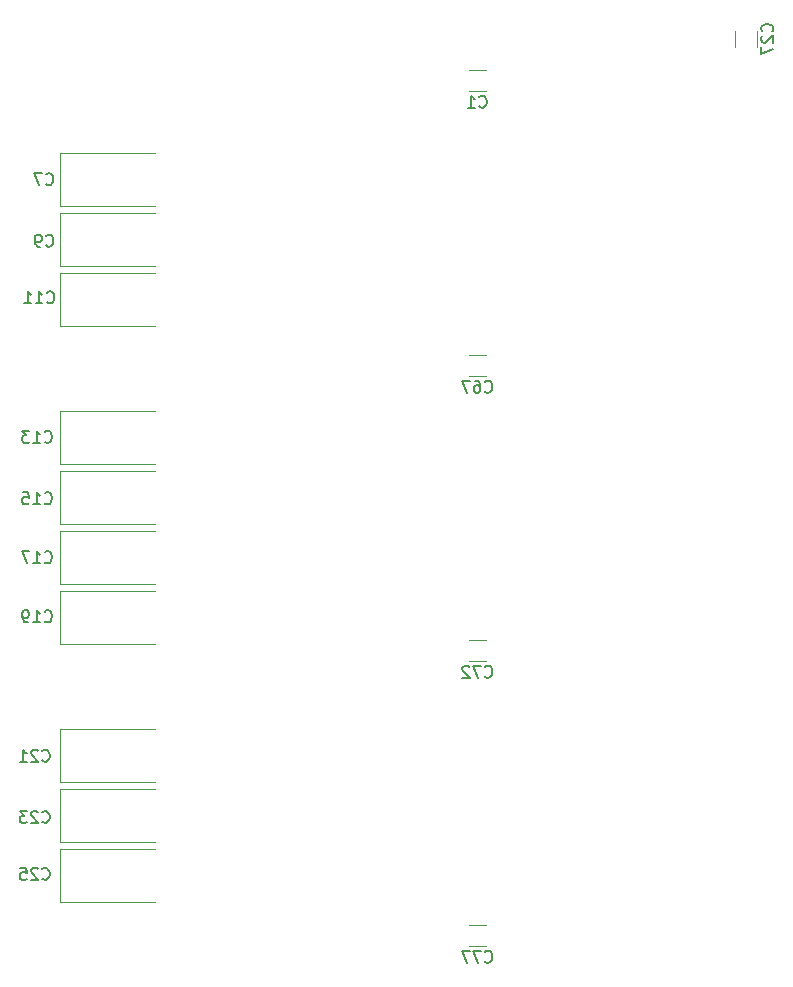
<source format=gbr>
G04 #@! TF.GenerationSoftware,KiCad,Pcbnew,7.0.1*
G04 #@! TF.CreationDate,2023-05-03T08:50:33+02:00*
G04 #@! TF.ProjectId,main,6d61696e-2e6b-4696-9361-645f70636258,rev?*
G04 #@! TF.SameCoordinates,Original*
G04 #@! TF.FileFunction,Legend,Bot*
G04 #@! TF.FilePolarity,Positive*
%FSLAX46Y46*%
G04 Gerber Fmt 4.6, Leading zero omitted, Abs format (unit mm)*
G04 Created by KiCad (PCBNEW 7.0.1) date 2023-05-03 08:50:33*
%MOMM*%
%LPD*%
G01*
G04 APERTURE LIST*
%ADD10C,0.150000*%
%ADD11C,0.120000*%
G04 APERTURE END LIST*
D10*
X37311666Y-66075380D02*
X37359285Y-66123000D01*
X37359285Y-66123000D02*
X37502142Y-66170619D01*
X37502142Y-66170619D02*
X37597380Y-66170619D01*
X37597380Y-66170619D02*
X37740237Y-66123000D01*
X37740237Y-66123000D02*
X37835475Y-66027761D01*
X37835475Y-66027761D02*
X37883094Y-65932523D01*
X37883094Y-65932523D02*
X37930713Y-65742047D01*
X37930713Y-65742047D02*
X37930713Y-65599190D01*
X37930713Y-65599190D02*
X37883094Y-65408714D01*
X37883094Y-65408714D02*
X37835475Y-65313476D01*
X37835475Y-65313476D02*
X37740237Y-65218238D01*
X37740237Y-65218238D02*
X37597380Y-65170619D01*
X37597380Y-65170619D02*
X37502142Y-65170619D01*
X37502142Y-65170619D02*
X37359285Y-65218238D01*
X37359285Y-65218238D02*
X37311666Y-65265857D01*
X36978332Y-65170619D02*
X36311666Y-65170619D01*
X36311666Y-65170619D02*
X36740237Y-66170619D01*
X37311666Y-71275380D02*
X37359285Y-71323000D01*
X37359285Y-71323000D02*
X37502142Y-71370619D01*
X37502142Y-71370619D02*
X37597380Y-71370619D01*
X37597380Y-71370619D02*
X37740237Y-71323000D01*
X37740237Y-71323000D02*
X37835475Y-71227761D01*
X37835475Y-71227761D02*
X37883094Y-71132523D01*
X37883094Y-71132523D02*
X37930713Y-70942047D01*
X37930713Y-70942047D02*
X37930713Y-70799190D01*
X37930713Y-70799190D02*
X37883094Y-70608714D01*
X37883094Y-70608714D02*
X37835475Y-70513476D01*
X37835475Y-70513476D02*
X37740237Y-70418238D01*
X37740237Y-70418238D02*
X37597380Y-70370619D01*
X37597380Y-70370619D02*
X37502142Y-70370619D01*
X37502142Y-70370619D02*
X37359285Y-70418238D01*
X37359285Y-70418238D02*
X37311666Y-70465857D01*
X36835475Y-71370619D02*
X36644999Y-71370619D01*
X36644999Y-71370619D02*
X36549761Y-71323000D01*
X36549761Y-71323000D02*
X36502142Y-71275380D01*
X36502142Y-71275380D02*
X36406904Y-71132523D01*
X36406904Y-71132523D02*
X36359285Y-70942047D01*
X36359285Y-70942047D02*
X36359285Y-70561095D01*
X36359285Y-70561095D02*
X36406904Y-70465857D01*
X36406904Y-70465857D02*
X36454523Y-70418238D01*
X36454523Y-70418238D02*
X36549761Y-70370619D01*
X36549761Y-70370619D02*
X36740237Y-70370619D01*
X36740237Y-70370619D02*
X36835475Y-70418238D01*
X36835475Y-70418238D02*
X36883094Y-70465857D01*
X36883094Y-70465857D02*
X36930713Y-70561095D01*
X36930713Y-70561095D02*
X36930713Y-70799190D01*
X36930713Y-70799190D02*
X36883094Y-70894428D01*
X36883094Y-70894428D02*
X36835475Y-70942047D01*
X36835475Y-70942047D02*
X36740237Y-70989666D01*
X36740237Y-70989666D02*
X36549761Y-70989666D01*
X36549761Y-70989666D02*
X36454523Y-70942047D01*
X36454523Y-70942047D02*
X36406904Y-70894428D01*
X36406904Y-70894428D02*
X36359285Y-70799190D01*
X37387857Y-76075380D02*
X37435476Y-76123000D01*
X37435476Y-76123000D02*
X37578333Y-76170619D01*
X37578333Y-76170619D02*
X37673571Y-76170619D01*
X37673571Y-76170619D02*
X37816428Y-76123000D01*
X37816428Y-76123000D02*
X37911666Y-76027761D01*
X37911666Y-76027761D02*
X37959285Y-75932523D01*
X37959285Y-75932523D02*
X38006904Y-75742047D01*
X38006904Y-75742047D02*
X38006904Y-75599190D01*
X38006904Y-75599190D02*
X37959285Y-75408714D01*
X37959285Y-75408714D02*
X37911666Y-75313476D01*
X37911666Y-75313476D02*
X37816428Y-75218238D01*
X37816428Y-75218238D02*
X37673571Y-75170619D01*
X37673571Y-75170619D02*
X37578333Y-75170619D01*
X37578333Y-75170619D02*
X37435476Y-75218238D01*
X37435476Y-75218238D02*
X37387857Y-75265857D01*
X36435476Y-76170619D02*
X37006904Y-76170619D01*
X36721190Y-76170619D02*
X36721190Y-75170619D01*
X36721190Y-75170619D02*
X36816428Y-75313476D01*
X36816428Y-75313476D02*
X36911666Y-75408714D01*
X36911666Y-75408714D02*
X37006904Y-75456333D01*
X35483095Y-76170619D02*
X36054523Y-76170619D01*
X35768809Y-76170619D02*
X35768809Y-75170619D01*
X35768809Y-75170619D02*
X35864047Y-75313476D01*
X35864047Y-75313476D02*
X35959285Y-75408714D01*
X35959285Y-75408714D02*
X36054523Y-75456333D01*
X37187857Y-87875380D02*
X37235476Y-87923000D01*
X37235476Y-87923000D02*
X37378333Y-87970619D01*
X37378333Y-87970619D02*
X37473571Y-87970619D01*
X37473571Y-87970619D02*
X37616428Y-87923000D01*
X37616428Y-87923000D02*
X37711666Y-87827761D01*
X37711666Y-87827761D02*
X37759285Y-87732523D01*
X37759285Y-87732523D02*
X37806904Y-87542047D01*
X37806904Y-87542047D02*
X37806904Y-87399190D01*
X37806904Y-87399190D02*
X37759285Y-87208714D01*
X37759285Y-87208714D02*
X37711666Y-87113476D01*
X37711666Y-87113476D02*
X37616428Y-87018238D01*
X37616428Y-87018238D02*
X37473571Y-86970619D01*
X37473571Y-86970619D02*
X37378333Y-86970619D01*
X37378333Y-86970619D02*
X37235476Y-87018238D01*
X37235476Y-87018238D02*
X37187857Y-87065857D01*
X36235476Y-87970619D02*
X36806904Y-87970619D01*
X36521190Y-87970619D02*
X36521190Y-86970619D01*
X36521190Y-86970619D02*
X36616428Y-87113476D01*
X36616428Y-87113476D02*
X36711666Y-87208714D01*
X36711666Y-87208714D02*
X36806904Y-87256333D01*
X35902142Y-86970619D02*
X35283095Y-86970619D01*
X35283095Y-86970619D02*
X35616428Y-87351571D01*
X35616428Y-87351571D02*
X35473571Y-87351571D01*
X35473571Y-87351571D02*
X35378333Y-87399190D01*
X35378333Y-87399190D02*
X35330714Y-87446809D01*
X35330714Y-87446809D02*
X35283095Y-87542047D01*
X35283095Y-87542047D02*
X35283095Y-87780142D01*
X35283095Y-87780142D02*
X35330714Y-87875380D01*
X35330714Y-87875380D02*
X35378333Y-87923000D01*
X35378333Y-87923000D02*
X35473571Y-87970619D01*
X35473571Y-87970619D02*
X35759285Y-87970619D01*
X35759285Y-87970619D02*
X35854523Y-87923000D01*
X35854523Y-87923000D02*
X35902142Y-87875380D01*
X37187857Y-93075380D02*
X37235476Y-93123000D01*
X37235476Y-93123000D02*
X37378333Y-93170619D01*
X37378333Y-93170619D02*
X37473571Y-93170619D01*
X37473571Y-93170619D02*
X37616428Y-93123000D01*
X37616428Y-93123000D02*
X37711666Y-93027761D01*
X37711666Y-93027761D02*
X37759285Y-92932523D01*
X37759285Y-92932523D02*
X37806904Y-92742047D01*
X37806904Y-92742047D02*
X37806904Y-92599190D01*
X37806904Y-92599190D02*
X37759285Y-92408714D01*
X37759285Y-92408714D02*
X37711666Y-92313476D01*
X37711666Y-92313476D02*
X37616428Y-92218238D01*
X37616428Y-92218238D02*
X37473571Y-92170619D01*
X37473571Y-92170619D02*
X37378333Y-92170619D01*
X37378333Y-92170619D02*
X37235476Y-92218238D01*
X37235476Y-92218238D02*
X37187857Y-92265857D01*
X36235476Y-93170619D02*
X36806904Y-93170619D01*
X36521190Y-93170619D02*
X36521190Y-92170619D01*
X36521190Y-92170619D02*
X36616428Y-92313476D01*
X36616428Y-92313476D02*
X36711666Y-92408714D01*
X36711666Y-92408714D02*
X36806904Y-92456333D01*
X35330714Y-92170619D02*
X35806904Y-92170619D01*
X35806904Y-92170619D02*
X35854523Y-92646809D01*
X35854523Y-92646809D02*
X35806904Y-92599190D01*
X35806904Y-92599190D02*
X35711666Y-92551571D01*
X35711666Y-92551571D02*
X35473571Y-92551571D01*
X35473571Y-92551571D02*
X35378333Y-92599190D01*
X35378333Y-92599190D02*
X35330714Y-92646809D01*
X35330714Y-92646809D02*
X35283095Y-92742047D01*
X35283095Y-92742047D02*
X35283095Y-92980142D01*
X35283095Y-92980142D02*
X35330714Y-93075380D01*
X35330714Y-93075380D02*
X35378333Y-93123000D01*
X35378333Y-93123000D02*
X35473571Y-93170619D01*
X35473571Y-93170619D02*
X35711666Y-93170619D01*
X35711666Y-93170619D02*
X35806904Y-93123000D01*
X35806904Y-93123000D02*
X35854523Y-93075380D01*
X37187857Y-98075380D02*
X37235476Y-98123000D01*
X37235476Y-98123000D02*
X37378333Y-98170619D01*
X37378333Y-98170619D02*
X37473571Y-98170619D01*
X37473571Y-98170619D02*
X37616428Y-98123000D01*
X37616428Y-98123000D02*
X37711666Y-98027761D01*
X37711666Y-98027761D02*
X37759285Y-97932523D01*
X37759285Y-97932523D02*
X37806904Y-97742047D01*
X37806904Y-97742047D02*
X37806904Y-97599190D01*
X37806904Y-97599190D02*
X37759285Y-97408714D01*
X37759285Y-97408714D02*
X37711666Y-97313476D01*
X37711666Y-97313476D02*
X37616428Y-97218238D01*
X37616428Y-97218238D02*
X37473571Y-97170619D01*
X37473571Y-97170619D02*
X37378333Y-97170619D01*
X37378333Y-97170619D02*
X37235476Y-97218238D01*
X37235476Y-97218238D02*
X37187857Y-97265857D01*
X36235476Y-98170619D02*
X36806904Y-98170619D01*
X36521190Y-98170619D02*
X36521190Y-97170619D01*
X36521190Y-97170619D02*
X36616428Y-97313476D01*
X36616428Y-97313476D02*
X36711666Y-97408714D01*
X36711666Y-97408714D02*
X36806904Y-97456333D01*
X35902142Y-97170619D02*
X35235476Y-97170619D01*
X35235476Y-97170619D02*
X35664047Y-98170619D01*
X37187857Y-103075380D02*
X37235476Y-103123000D01*
X37235476Y-103123000D02*
X37378333Y-103170619D01*
X37378333Y-103170619D02*
X37473571Y-103170619D01*
X37473571Y-103170619D02*
X37616428Y-103123000D01*
X37616428Y-103123000D02*
X37711666Y-103027761D01*
X37711666Y-103027761D02*
X37759285Y-102932523D01*
X37759285Y-102932523D02*
X37806904Y-102742047D01*
X37806904Y-102742047D02*
X37806904Y-102599190D01*
X37806904Y-102599190D02*
X37759285Y-102408714D01*
X37759285Y-102408714D02*
X37711666Y-102313476D01*
X37711666Y-102313476D02*
X37616428Y-102218238D01*
X37616428Y-102218238D02*
X37473571Y-102170619D01*
X37473571Y-102170619D02*
X37378333Y-102170619D01*
X37378333Y-102170619D02*
X37235476Y-102218238D01*
X37235476Y-102218238D02*
X37187857Y-102265857D01*
X36235476Y-103170619D02*
X36806904Y-103170619D01*
X36521190Y-103170619D02*
X36521190Y-102170619D01*
X36521190Y-102170619D02*
X36616428Y-102313476D01*
X36616428Y-102313476D02*
X36711666Y-102408714D01*
X36711666Y-102408714D02*
X36806904Y-102456333D01*
X35759285Y-103170619D02*
X35568809Y-103170619D01*
X35568809Y-103170619D02*
X35473571Y-103123000D01*
X35473571Y-103123000D02*
X35425952Y-103075380D01*
X35425952Y-103075380D02*
X35330714Y-102932523D01*
X35330714Y-102932523D02*
X35283095Y-102742047D01*
X35283095Y-102742047D02*
X35283095Y-102361095D01*
X35283095Y-102361095D02*
X35330714Y-102265857D01*
X35330714Y-102265857D02*
X35378333Y-102218238D01*
X35378333Y-102218238D02*
X35473571Y-102170619D01*
X35473571Y-102170619D02*
X35664047Y-102170619D01*
X35664047Y-102170619D02*
X35759285Y-102218238D01*
X35759285Y-102218238D02*
X35806904Y-102265857D01*
X35806904Y-102265857D02*
X35854523Y-102361095D01*
X35854523Y-102361095D02*
X35854523Y-102599190D01*
X35854523Y-102599190D02*
X35806904Y-102694428D01*
X35806904Y-102694428D02*
X35759285Y-102742047D01*
X35759285Y-102742047D02*
X35664047Y-102789666D01*
X35664047Y-102789666D02*
X35473571Y-102789666D01*
X35473571Y-102789666D02*
X35378333Y-102742047D01*
X35378333Y-102742047D02*
X35330714Y-102694428D01*
X35330714Y-102694428D02*
X35283095Y-102599190D01*
X36987857Y-114875380D02*
X37035476Y-114923000D01*
X37035476Y-114923000D02*
X37178333Y-114970619D01*
X37178333Y-114970619D02*
X37273571Y-114970619D01*
X37273571Y-114970619D02*
X37416428Y-114923000D01*
X37416428Y-114923000D02*
X37511666Y-114827761D01*
X37511666Y-114827761D02*
X37559285Y-114732523D01*
X37559285Y-114732523D02*
X37606904Y-114542047D01*
X37606904Y-114542047D02*
X37606904Y-114399190D01*
X37606904Y-114399190D02*
X37559285Y-114208714D01*
X37559285Y-114208714D02*
X37511666Y-114113476D01*
X37511666Y-114113476D02*
X37416428Y-114018238D01*
X37416428Y-114018238D02*
X37273571Y-113970619D01*
X37273571Y-113970619D02*
X37178333Y-113970619D01*
X37178333Y-113970619D02*
X37035476Y-114018238D01*
X37035476Y-114018238D02*
X36987857Y-114065857D01*
X36606904Y-114065857D02*
X36559285Y-114018238D01*
X36559285Y-114018238D02*
X36464047Y-113970619D01*
X36464047Y-113970619D02*
X36225952Y-113970619D01*
X36225952Y-113970619D02*
X36130714Y-114018238D01*
X36130714Y-114018238D02*
X36083095Y-114065857D01*
X36083095Y-114065857D02*
X36035476Y-114161095D01*
X36035476Y-114161095D02*
X36035476Y-114256333D01*
X36035476Y-114256333D02*
X36083095Y-114399190D01*
X36083095Y-114399190D02*
X36654523Y-114970619D01*
X36654523Y-114970619D02*
X36035476Y-114970619D01*
X35083095Y-114970619D02*
X35654523Y-114970619D01*
X35368809Y-114970619D02*
X35368809Y-113970619D01*
X35368809Y-113970619D02*
X35464047Y-114113476D01*
X35464047Y-114113476D02*
X35559285Y-114208714D01*
X35559285Y-114208714D02*
X35654523Y-114256333D01*
X36987857Y-120075380D02*
X37035476Y-120123000D01*
X37035476Y-120123000D02*
X37178333Y-120170619D01*
X37178333Y-120170619D02*
X37273571Y-120170619D01*
X37273571Y-120170619D02*
X37416428Y-120123000D01*
X37416428Y-120123000D02*
X37511666Y-120027761D01*
X37511666Y-120027761D02*
X37559285Y-119932523D01*
X37559285Y-119932523D02*
X37606904Y-119742047D01*
X37606904Y-119742047D02*
X37606904Y-119599190D01*
X37606904Y-119599190D02*
X37559285Y-119408714D01*
X37559285Y-119408714D02*
X37511666Y-119313476D01*
X37511666Y-119313476D02*
X37416428Y-119218238D01*
X37416428Y-119218238D02*
X37273571Y-119170619D01*
X37273571Y-119170619D02*
X37178333Y-119170619D01*
X37178333Y-119170619D02*
X37035476Y-119218238D01*
X37035476Y-119218238D02*
X36987857Y-119265857D01*
X36606904Y-119265857D02*
X36559285Y-119218238D01*
X36559285Y-119218238D02*
X36464047Y-119170619D01*
X36464047Y-119170619D02*
X36225952Y-119170619D01*
X36225952Y-119170619D02*
X36130714Y-119218238D01*
X36130714Y-119218238D02*
X36083095Y-119265857D01*
X36083095Y-119265857D02*
X36035476Y-119361095D01*
X36035476Y-119361095D02*
X36035476Y-119456333D01*
X36035476Y-119456333D02*
X36083095Y-119599190D01*
X36083095Y-119599190D02*
X36654523Y-120170619D01*
X36654523Y-120170619D02*
X36035476Y-120170619D01*
X35702142Y-119170619D02*
X35083095Y-119170619D01*
X35083095Y-119170619D02*
X35416428Y-119551571D01*
X35416428Y-119551571D02*
X35273571Y-119551571D01*
X35273571Y-119551571D02*
X35178333Y-119599190D01*
X35178333Y-119599190D02*
X35130714Y-119646809D01*
X35130714Y-119646809D02*
X35083095Y-119742047D01*
X35083095Y-119742047D02*
X35083095Y-119980142D01*
X35083095Y-119980142D02*
X35130714Y-120075380D01*
X35130714Y-120075380D02*
X35178333Y-120123000D01*
X35178333Y-120123000D02*
X35273571Y-120170619D01*
X35273571Y-120170619D02*
X35559285Y-120170619D01*
X35559285Y-120170619D02*
X35654523Y-120123000D01*
X35654523Y-120123000D02*
X35702142Y-120075380D01*
X36987857Y-124875380D02*
X37035476Y-124923000D01*
X37035476Y-124923000D02*
X37178333Y-124970619D01*
X37178333Y-124970619D02*
X37273571Y-124970619D01*
X37273571Y-124970619D02*
X37416428Y-124923000D01*
X37416428Y-124923000D02*
X37511666Y-124827761D01*
X37511666Y-124827761D02*
X37559285Y-124732523D01*
X37559285Y-124732523D02*
X37606904Y-124542047D01*
X37606904Y-124542047D02*
X37606904Y-124399190D01*
X37606904Y-124399190D02*
X37559285Y-124208714D01*
X37559285Y-124208714D02*
X37511666Y-124113476D01*
X37511666Y-124113476D02*
X37416428Y-124018238D01*
X37416428Y-124018238D02*
X37273571Y-123970619D01*
X37273571Y-123970619D02*
X37178333Y-123970619D01*
X37178333Y-123970619D02*
X37035476Y-124018238D01*
X37035476Y-124018238D02*
X36987857Y-124065857D01*
X36606904Y-124065857D02*
X36559285Y-124018238D01*
X36559285Y-124018238D02*
X36464047Y-123970619D01*
X36464047Y-123970619D02*
X36225952Y-123970619D01*
X36225952Y-123970619D02*
X36130714Y-124018238D01*
X36130714Y-124018238D02*
X36083095Y-124065857D01*
X36083095Y-124065857D02*
X36035476Y-124161095D01*
X36035476Y-124161095D02*
X36035476Y-124256333D01*
X36035476Y-124256333D02*
X36083095Y-124399190D01*
X36083095Y-124399190D02*
X36654523Y-124970619D01*
X36654523Y-124970619D02*
X36035476Y-124970619D01*
X35130714Y-123970619D02*
X35606904Y-123970619D01*
X35606904Y-123970619D02*
X35654523Y-124446809D01*
X35654523Y-124446809D02*
X35606904Y-124399190D01*
X35606904Y-124399190D02*
X35511666Y-124351571D01*
X35511666Y-124351571D02*
X35273571Y-124351571D01*
X35273571Y-124351571D02*
X35178333Y-124399190D01*
X35178333Y-124399190D02*
X35130714Y-124446809D01*
X35130714Y-124446809D02*
X35083095Y-124542047D01*
X35083095Y-124542047D02*
X35083095Y-124780142D01*
X35083095Y-124780142D02*
X35130714Y-124875380D01*
X35130714Y-124875380D02*
X35178333Y-124923000D01*
X35178333Y-124923000D02*
X35273571Y-124970619D01*
X35273571Y-124970619D02*
X35511666Y-124970619D01*
X35511666Y-124970619D02*
X35606904Y-124923000D01*
X35606904Y-124923000D02*
X35654523Y-124875380D01*
X73990666Y-59506380D02*
X74038285Y-59554000D01*
X74038285Y-59554000D02*
X74181142Y-59601619D01*
X74181142Y-59601619D02*
X74276380Y-59601619D01*
X74276380Y-59601619D02*
X74419237Y-59554000D01*
X74419237Y-59554000D02*
X74514475Y-59458761D01*
X74514475Y-59458761D02*
X74562094Y-59363523D01*
X74562094Y-59363523D02*
X74609713Y-59173047D01*
X74609713Y-59173047D02*
X74609713Y-59030190D01*
X74609713Y-59030190D02*
X74562094Y-58839714D01*
X74562094Y-58839714D02*
X74514475Y-58744476D01*
X74514475Y-58744476D02*
X74419237Y-58649238D01*
X74419237Y-58649238D02*
X74276380Y-58601619D01*
X74276380Y-58601619D02*
X74181142Y-58601619D01*
X74181142Y-58601619D02*
X74038285Y-58649238D01*
X74038285Y-58649238D02*
X73990666Y-58696857D01*
X73038285Y-59601619D02*
X73609713Y-59601619D01*
X73323999Y-59601619D02*
X73323999Y-58601619D01*
X73323999Y-58601619D02*
X73419237Y-58744476D01*
X73419237Y-58744476D02*
X73514475Y-58839714D01*
X73514475Y-58839714D02*
X73609713Y-58887333D01*
X98768380Y-53144142D02*
X98816000Y-53096523D01*
X98816000Y-53096523D02*
X98863619Y-52953666D01*
X98863619Y-52953666D02*
X98863619Y-52858428D01*
X98863619Y-52858428D02*
X98816000Y-52715571D01*
X98816000Y-52715571D02*
X98720761Y-52620333D01*
X98720761Y-52620333D02*
X98625523Y-52572714D01*
X98625523Y-52572714D02*
X98435047Y-52525095D01*
X98435047Y-52525095D02*
X98292190Y-52525095D01*
X98292190Y-52525095D02*
X98101714Y-52572714D01*
X98101714Y-52572714D02*
X98006476Y-52620333D01*
X98006476Y-52620333D02*
X97911238Y-52715571D01*
X97911238Y-52715571D02*
X97863619Y-52858428D01*
X97863619Y-52858428D02*
X97863619Y-52953666D01*
X97863619Y-52953666D02*
X97911238Y-53096523D01*
X97911238Y-53096523D02*
X97958857Y-53144142D01*
X97958857Y-53525095D02*
X97911238Y-53572714D01*
X97911238Y-53572714D02*
X97863619Y-53667952D01*
X97863619Y-53667952D02*
X97863619Y-53906047D01*
X97863619Y-53906047D02*
X97911238Y-54001285D01*
X97911238Y-54001285D02*
X97958857Y-54048904D01*
X97958857Y-54048904D02*
X98054095Y-54096523D01*
X98054095Y-54096523D02*
X98149333Y-54096523D01*
X98149333Y-54096523D02*
X98292190Y-54048904D01*
X98292190Y-54048904D02*
X98863619Y-53477476D01*
X98863619Y-53477476D02*
X98863619Y-54096523D01*
X97863619Y-54429857D02*
X97863619Y-55096523D01*
X97863619Y-55096523D02*
X98863619Y-54667952D01*
X74466857Y-83636380D02*
X74514476Y-83684000D01*
X74514476Y-83684000D02*
X74657333Y-83731619D01*
X74657333Y-83731619D02*
X74752571Y-83731619D01*
X74752571Y-83731619D02*
X74895428Y-83684000D01*
X74895428Y-83684000D02*
X74990666Y-83588761D01*
X74990666Y-83588761D02*
X75038285Y-83493523D01*
X75038285Y-83493523D02*
X75085904Y-83303047D01*
X75085904Y-83303047D02*
X75085904Y-83160190D01*
X75085904Y-83160190D02*
X75038285Y-82969714D01*
X75038285Y-82969714D02*
X74990666Y-82874476D01*
X74990666Y-82874476D02*
X74895428Y-82779238D01*
X74895428Y-82779238D02*
X74752571Y-82731619D01*
X74752571Y-82731619D02*
X74657333Y-82731619D01*
X74657333Y-82731619D02*
X74514476Y-82779238D01*
X74514476Y-82779238D02*
X74466857Y-82826857D01*
X73609714Y-82731619D02*
X73800190Y-82731619D01*
X73800190Y-82731619D02*
X73895428Y-82779238D01*
X73895428Y-82779238D02*
X73943047Y-82826857D01*
X73943047Y-82826857D02*
X74038285Y-82969714D01*
X74038285Y-82969714D02*
X74085904Y-83160190D01*
X74085904Y-83160190D02*
X74085904Y-83541142D01*
X74085904Y-83541142D02*
X74038285Y-83636380D01*
X74038285Y-83636380D02*
X73990666Y-83684000D01*
X73990666Y-83684000D02*
X73895428Y-83731619D01*
X73895428Y-83731619D02*
X73704952Y-83731619D01*
X73704952Y-83731619D02*
X73609714Y-83684000D01*
X73609714Y-83684000D02*
X73562095Y-83636380D01*
X73562095Y-83636380D02*
X73514476Y-83541142D01*
X73514476Y-83541142D02*
X73514476Y-83303047D01*
X73514476Y-83303047D02*
X73562095Y-83207809D01*
X73562095Y-83207809D02*
X73609714Y-83160190D01*
X73609714Y-83160190D02*
X73704952Y-83112571D01*
X73704952Y-83112571D02*
X73895428Y-83112571D01*
X73895428Y-83112571D02*
X73990666Y-83160190D01*
X73990666Y-83160190D02*
X74038285Y-83207809D01*
X74038285Y-83207809D02*
X74085904Y-83303047D01*
X73181142Y-82731619D02*
X72514476Y-82731619D01*
X72514476Y-82731619D02*
X72943047Y-83731619D01*
X74466857Y-107766380D02*
X74514476Y-107814000D01*
X74514476Y-107814000D02*
X74657333Y-107861619D01*
X74657333Y-107861619D02*
X74752571Y-107861619D01*
X74752571Y-107861619D02*
X74895428Y-107814000D01*
X74895428Y-107814000D02*
X74990666Y-107718761D01*
X74990666Y-107718761D02*
X75038285Y-107623523D01*
X75038285Y-107623523D02*
X75085904Y-107433047D01*
X75085904Y-107433047D02*
X75085904Y-107290190D01*
X75085904Y-107290190D02*
X75038285Y-107099714D01*
X75038285Y-107099714D02*
X74990666Y-107004476D01*
X74990666Y-107004476D02*
X74895428Y-106909238D01*
X74895428Y-106909238D02*
X74752571Y-106861619D01*
X74752571Y-106861619D02*
X74657333Y-106861619D01*
X74657333Y-106861619D02*
X74514476Y-106909238D01*
X74514476Y-106909238D02*
X74466857Y-106956857D01*
X74133523Y-106861619D02*
X73466857Y-106861619D01*
X73466857Y-106861619D02*
X73895428Y-107861619D01*
X73133523Y-106956857D02*
X73085904Y-106909238D01*
X73085904Y-106909238D02*
X72990666Y-106861619D01*
X72990666Y-106861619D02*
X72752571Y-106861619D01*
X72752571Y-106861619D02*
X72657333Y-106909238D01*
X72657333Y-106909238D02*
X72609714Y-106956857D01*
X72609714Y-106956857D02*
X72562095Y-107052095D01*
X72562095Y-107052095D02*
X72562095Y-107147333D01*
X72562095Y-107147333D02*
X72609714Y-107290190D01*
X72609714Y-107290190D02*
X73181142Y-107861619D01*
X73181142Y-107861619D02*
X72562095Y-107861619D01*
X74466857Y-131896380D02*
X74514476Y-131944000D01*
X74514476Y-131944000D02*
X74657333Y-131991619D01*
X74657333Y-131991619D02*
X74752571Y-131991619D01*
X74752571Y-131991619D02*
X74895428Y-131944000D01*
X74895428Y-131944000D02*
X74990666Y-131848761D01*
X74990666Y-131848761D02*
X75038285Y-131753523D01*
X75038285Y-131753523D02*
X75085904Y-131563047D01*
X75085904Y-131563047D02*
X75085904Y-131420190D01*
X75085904Y-131420190D02*
X75038285Y-131229714D01*
X75038285Y-131229714D02*
X74990666Y-131134476D01*
X74990666Y-131134476D02*
X74895428Y-131039238D01*
X74895428Y-131039238D02*
X74752571Y-130991619D01*
X74752571Y-130991619D02*
X74657333Y-130991619D01*
X74657333Y-130991619D02*
X74514476Y-131039238D01*
X74514476Y-131039238D02*
X74466857Y-131086857D01*
X74133523Y-130991619D02*
X73466857Y-130991619D01*
X73466857Y-130991619D02*
X73895428Y-131991619D01*
X73181142Y-130991619D02*
X72514476Y-130991619D01*
X72514476Y-130991619D02*
X72943047Y-131991619D01*
D11*
X38450000Y-63441000D02*
X46510000Y-63441000D01*
X38450000Y-67961000D02*
X38450000Y-63441000D01*
X46510000Y-67961000D02*
X38450000Y-67961000D01*
X38450000Y-68521000D02*
X46510000Y-68521000D01*
X38450000Y-73041000D02*
X38450000Y-68521000D01*
X46510000Y-73041000D02*
X38450000Y-73041000D01*
X38450000Y-73601000D02*
X46510000Y-73601000D01*
X38450000Y-78121000D02*
X38450000Y-73601000D01*
X46510000Y-78121000D02*
X38450000Y-78121000D01*
X38450000Y-85285000D02*
X46510000Y-85285000D01*
X38450000Y-89805000D02*
X38450000Y-85285000D01*
X46510000Y-89805000D02*
X38450000Y-89805000D01*
X38450000Y-90365000D02*
X46510000Y-90365000D01*
X38450000Y-94885000D02*
X38450000Y-90365000D01*
X46510000Y-94885000D02*
X38450000Y-94885000D01*
X38450000Y-95445000D02*
X46510000Y-95445000D01*
X38450000Y-99965000D02*
X38450000Y-95445000D01*
X46510000Y-99965000D02*
X38450000Y-99965000D01*
X38450000Y-100525000D02*
X46510000Y-100525000D01*
X38450000Y-105045000D02*
X38450000Y-100525000D01*
X46510000Y-105045000D02*
X38450000Y-105045000D01*
X38450000Y-112209000D02*
X46510000Y-112209000D01*
X38450000Y-116729000D02*
X38450000Y-112209000D01*
X46510000Y-116729000D02*
X38450000Y-116729000D01*
X38450000Y-117289000D02*
X46510000Y-117289000D01*
X38450000Y-121809000D02*
X38450000Y-117289000D01*
X46510000Y-121809000D02*
X38450000Y-121809000D01*
X38450000Y-122369000D02*
X46510000Y-122369000D01*
X38450000Y-126889000D02*
X38450000Y-122369000D01*
X46510000Y-126889000D02*
X38450000Y-126889000D01*
X73112748Y-56409000D02*
X74535252Y-56409000D01*
X73112748Y-58229000D02*
X74535252Y-58229000D01*
X95671000Y-54498252D02*
X95671000Y-53075748D01*
X97491000Y-54498252D02*
X97491000Y-53075748D01*
X73112748Y-80539000D02*
X74535252Y-80539000D01*
X73112748Y-82359000D02*
X74535252Y-82359000D01*
X73112748Y-104669000D02*
X74535252Y-104669000D01*
X73112748Y-106489000D02*
X74535252Y-106489000D01*
X73112748Y-128799000D02*
X74535252Y-128799000D01*
X73112748Y-130619000D02*
X74535252Y-130619000D01*
M02*

</source>
